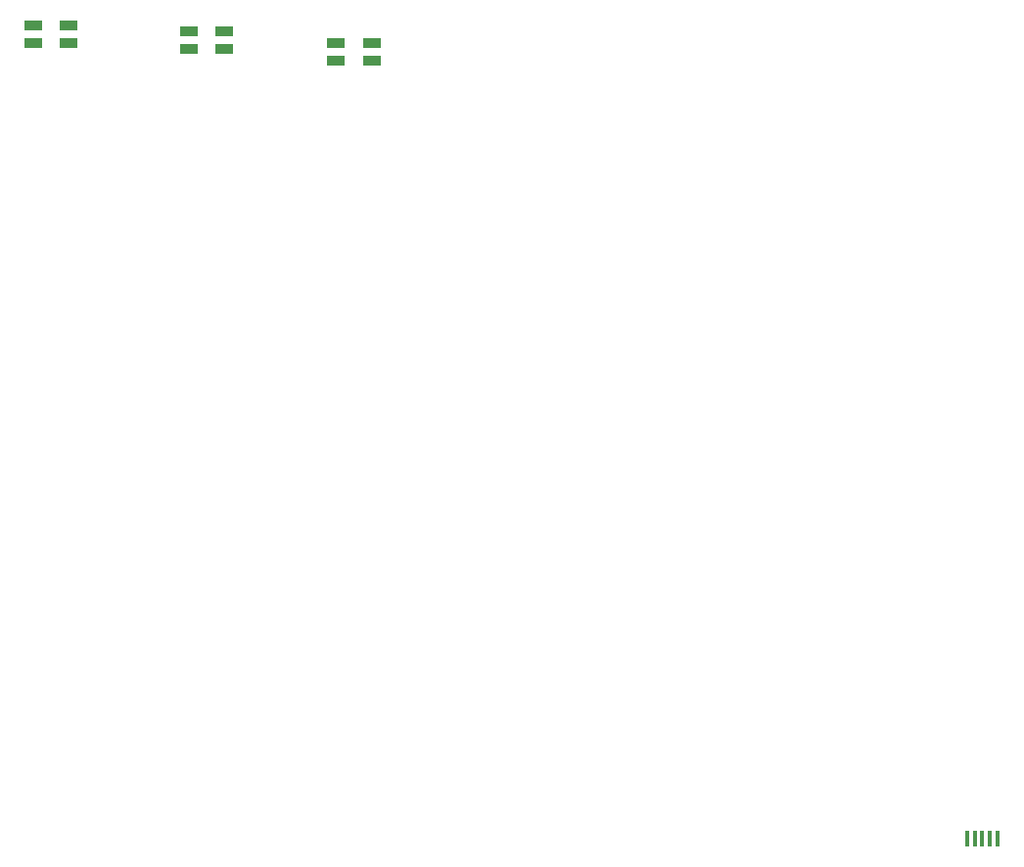
<source format=gbr>
G04 #@! TF.GenerationSoftware,KiCad,Pcbnew,(5.1.4)-1*
G04 #@! TF.CreationDate,2019-09-21T18:09:15-04:00*
G04 #@! TF.ProjectId,test2,74657374-322e-46b6-9963-61645f706362,rev?*
G04 #@! TF.SameCoordinates,Original*
G04 #@! TF.FileFunction,Paste,Top*
G04 #@! TF.FilePolarity,Positive*
%FSLAX46Y46*%
G04 Gerber Fmt 4.6, Leading zero omitted, Abs format (unit mm)*
G04 Created by KiCad (PCBNEW (5.1.4)-1) date 2019-09-21 18:09:15*
%MOMM*%
%LPD*%
G04 APERTURE LIST*
%ADD10R,0.400000X1.350000*%
%ADD11R,1.498600X0.899160*%
G04 APERTURE END LIST*
D10*
X160274000Y-138938000D03*
X160924000Y-138938000D03*
X161574000Y-138938000D03*
X159624000Y-138938000D03*
X158974000Y-138938000D03*
D11*
X104368600Y-70116700D03*
X104368600Y-71615300D03*
X107467400Y-71615300D03*
X107467400Y-70116700D03*
X81280000Y-68605400D03*
X81280000Y-70104000D03*
X78181200Y-70104000D03*
X78181200Y-68605400D03*
X91643200Y-69088000D03*
X91643200Y-70586600D03*
X94742000Y-70586600D03*
X94742000Y-69088000D03*
M02*

</source>
